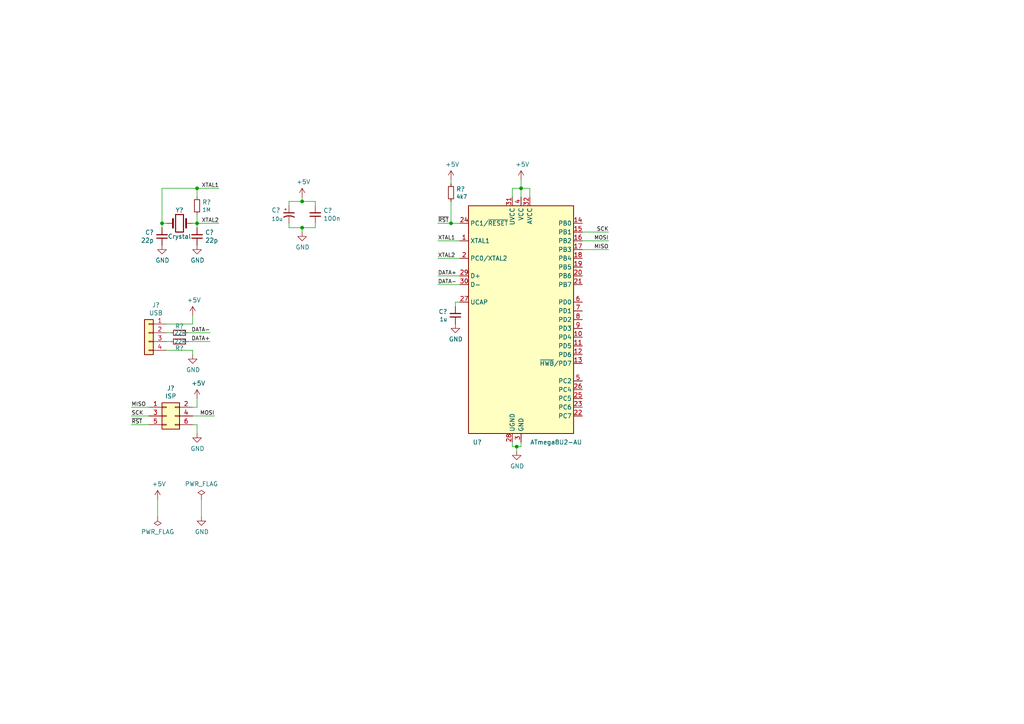
<source format=kicad_sch>
(kicad_sch (version 20230121) (generator eeschema)
  (paper "A4")
  (lib_symbols
    (symbol "Connector_Generic:Conn_01x04" (pin_names (offset 1.016) hide)
      (property "Reference" "J" (at 0 5.08 0))
      (property "Value" "Conn_01x04" (at 0 -7.62 0))
      (symbol "Conn_01x04_1_1"
        (rectangle (start -1.27 -4.953) (end 0 -5.207) (stroke (width 0.1524)))
        (rectangle (start -1.27 -2.413) (end 0 -2.667) (stroke (width 0.1524)))
        (rectangle (start -1.27 0.127) (end 0 -0.127) (stroke (width 0.1524)))
        (rectangle (start -1.27 2.667) (end 0 2.413) (stroke (width 0.1524)))
        (rectangle (start -1.27 3.81) (end 1.27 -6.35) (stroke (width 0.254)) (fill (type background)))
        (pin passive line (at -5.08 2.54 0) (length 3.81) (name "Pin_1") (number "1"))
        (pin passive line (at -5.08 0 0) (length 3.81) (name "Pin_2") (number "2"))
        (pin passive line (at -5.08 -2.54 0) (length 3.81) (name "Pin_3") (number "3"))
        (pin passive line (at -5.08 -5.08 0) (length 3.81) (name "Pin_4") (number "4"))
      )
    )
    (symbol "Connector_Generic:Conn_02x03_Odd_Even" (pin_names (offset 1.016) hide)
      (property "Reference" "J" (at 1.27 5.08 0))
      (property "Value" "Conn_02x03_Odd_Even" (at 1.27 -5.08 0))
      (symbol "Conn_02x03_Odd_Even_1_1"
        (rectangle (start -1.27 -2.413) (end 0 -2.667) (stroke (width 0.1524)))
        (rectangle (start -1.27 0.127) (end 0 -0.127) (stroke (width 0.1524)))
        (rectangle (start -1.27 2.667) (end 0 2.413) (stroke (width 0.1524)))
        (rectangle (start -1.27 3.81) (end 3.81 -3.81) (stroke (width 0.254)) (fill (type background)))
        (rectangle (start 3.81 -2.413) (end 2.54 -2.667) (stroke (width 0.1524)))
        (rectangle (start 3.81 0.127) (end 2.54 -0.127) (stroke (width 0.1524)))
        (rectangle (start 3.81 2.667) (end 2.54 2.413) (stroke (width 0.1524)))
        (pin passive line (at -5.08 2.54 0) (length 3.81) (name "Pin_1") (number "1"))
        (pin passive line (at 7.62 2.54 180) (length 3.81) (name "Pin_2") (number "2"))
        (pin passive line (at -5.08 0 0) (length 3.81) (name "Pin_3") (number "3"))
        (pin passive line (at 7.62 0 180) (length 3.81) (name "Pin_4") (number "4"))
        (pin passive line (at -5.08 -2.54 0) (length 3.81) (name "Pin_5") (number "5"))
        (pin passive line (at 7.62 -2.54 180) (length 3.81) (name "Pin_6") (number "6"))
      )
    )
    (symbol "Device:CP1_Small" (pin_numbers hide) (pin_names (offset 0.254) hide)
      (property "Reference" "C" (at 0.254 1.778 0))
      (property "Value" "Device_CP1_Small" (at 0.254 -2.032 0))
      (symbol "CP1_Small_0_1"
        (polyline (pts (xy -1.524 0.508) (xy 1.524 0.508)) (stroke (width 0.3048)))
        (polyline (pts (xy -1.27 1.524) (xy -0.762 1.524)))
        (polyline (pts (xy -1.016 1.27) (xy -1.016 1.778)))
        (arc (start 1.524 -0.762) (mid 0 -0.3734) (end -1.524 -0.762) (stroke (width 0.3048)))
      )
      (symbol "CP1_Small_1_1"
        (pin passive line (at 0 2.54 270) (length 2.032) (name "~") (number "1"))
        (pin passive line (at 0 -2.54 90) (length 2.032) (name "~") (number "2"))
      )
    )
    (symbol "Device:C_Small" (pin_numbers hide) (pin_names (offset 0.254) hide)
      (property "Reference" "C" (at 0.254 1.778 0))
      (property "Value" "C_Small" (at 0.254 -2.032 0))
      (symbol "C_Small_0_1"
        (polyline (pts (xy -1.524 -0.508) (xy 1.524 -0.508)) (stroke (width 0.3302)))
        (polyline (pts (xy -1.524 0.508) (xy 1.524 0.508)) (stroke (width 0.3048)))
      )
      (symbol "C_Small_1_1"
        (pin passive line (at 0 2.54 270) (length 2.032) (name "~") (number "1"))
        (pin passive line (at 0 -2.54 90) (length 2.032) (name "~") (number "2"))
      )
    )
    (symbol "Device:Crystal" (pin_numbers hide) (pin_names (offset 1.016) hide)
      (property "Reference" "Y" (at 0 3.81 0))
      (property "Value" "Crystal" (at 0 -3.81 0))
      (symbol "Crystal_0_1"
        (rectangle (start -1.143 2.54) (end 1.143 -2.54) (stroke (width 0.3048)))
        (polyline (pts (xy -2.54 0) (xy -1.905 0)))
        (polyline (pts (xy -1.905 -1.27) (xy -1.905 1.27)) (stroke (width 0.508)))
        (polyline (pts (xy 1.905 -1.27) (xy 1.905 1.27)) (stroke (width 0.508)))
        (polyline (pts (xy 2.54 0) (xy 1.905 0)))
      )
      (symbol "Crystal_1_1"
        (pin passive line (at -3.81 0 0) (length 1.27) (name "1") (number "1"))
        (pin passive line (at 3.81 0 180) (length 1.27) (name "2") (number "2"))
      )
    )
    (symbol "Device:R_Small" (pin_numbers hide) (pin_names (offset 0.254) hide)
      (property "Reference" "R" (at 0.762 0.508 0))
      (property "Value" "R_Small" (at 0.762 -1.016 0))
      (symbol "R_Small_0_1"
        (rectangle (start -0.762 1.778) (end 0.762 -1.778) (stroke (width 0.2032)))
      )
      (symbol "R_Small_1_1"
        (pin passive line (at 0 2.54 270) (length 0.762) (name "~") (number "1"))
        (pin passive line (at 0 -2.54 90) (length 0.762) (name "~") (number "2"))
      )
    )
    (symbol "atmega8u2-rescue:ATmega8U2-AU-MCU_Microchip_ATmega"
      (property "Reference" "U" (at -12.7 34.29 0))
      (property "Value" "ATmega8U2-AU-MCU_Microchip_ATmega" (at 2.54 -34.29 0))
      (symbol "ATmega8U2-AU-MCU_Microchip_ATmega_0_1"
        (rectangle (start -15.24 -33.02) (end 15.24 33.02) (stroke (width 0.254)) (fill (type background)))
      )
      (symbol "ATmega8U2-AU-MCU_Microchip_ATmega_1_1"
        (pin input line (at -17.78 22.86 0) (length 2.54) (name "XTAL1") (number "1"))
        (pin bidirectional line (at 17.78 -5.08 180) (length 2.54) (name "PD4") (number "10"))
        (pin bidirectional line (at 17.78 -7.62 180) (length 2.54) (name "PD5") (number "11"))
        (pin bidirectional line (at 17.78 -10.16 180) (length 2.54) (name "PD6") (number "12"))
        (pin bidirectional line (at 17.78 -12.7 180) (length 2.54) (name "~{HWB}/PD7") (number "13"))
        (pin bidirectional line (at 17.78 27.94 180) (length 2.54) (name "PB0") (number "14"))
        (pin bidirectional line (at 17.78 25.4 180) (length 2.54) (name "PB1") (number "15"))
        (pin bidirectional line (at 17.78 22.86 180) (length 2.54) (name "PB2") (number "16"))
        (pin bidirectional line (at 17.78 20.32 180) (length 2.54) (name "PB3") (number "17"))
        (pin bidirectional line (at 17.78 17.78 180) (length 2.54) (name "PB4") (number "18"))
        (pin bidirectional line (at 17.78 15.24 180) (length 2.54) (name "PB5") (number "19"))
        (pin bidirectional line (at -17.78 17.78 0) (length 2.54) (name "PC0/XTAL2") (number "2"))
        (pin bidirectional line (at 17.78 12.7 180) (length 2.54) (name "PB6") (number "20"))
        (pin bidirectional line (at 17.78 10.16 180) (length 2.54) (name "PB7") (number "21"))
        (pin bidirectional line (at 17.78 -27.94 180) (length 2.54) (name "PC7") (number "22"))
        (pin bidirectional line (at 17.78 -25.4 180) (length 2.54) (name "PC6") (number "23"))
        (pin bidirectional line (at -17.78 27.94 0) (length 2.54) (name "PC1/~{RESET}") (number "24"))
        (pin bidirectional line (at 17.78 -22.86 180) (length 2.54) (name "PC5") (number "25"))
        (pin bidirectional line (at 17.78 -20.32 180) (length 2.54) (name "PC4") (number "26"))
        (pin passive line (at -17.78 5.08 0) (length 2.54) (name "UCAP") (number "27"))
        (pin power_in line (at -2.54 -35.56 90) (length 2.54) (name "UGND") (number "28"))
        (pin bidirectional line (at -17.78 12.7 0) (length 2.54) (name "D+") (number "29"))
        (pin power_in line (at 0 -35.56 90) (length 2.54) (name "GND") (number "3"))
        (pin bidirectional line (at -17.78 10.16 0) (length 2.54) (name "D-") (number "30"))
        (pin power_in line (at -2.54 35.56 270) (length 2.54) (name "UVCC") (number "31"))
        (pin power_in line (at 2.54 35.56 270) (length 2.54) (name "AVCC") (number "32"))
        (pin power_in line (at 0 35.56 270) (length 2.54) (name "VCC") (number "4"))
        (pin bidirectional line (at 17.78 -17.78 180) (length 2.54) (name "PC2") (number "5"))
        (pin bidirectional line (at 17.78 5.08 180) (length 2.54) (name "PD0") (number "6"))
        (pin bidirectional line (at 17.78 2.54 180) (length 2.54) (name "PD1") (number "7"))
        (pin bidirectional line (at 17.78 0 180) (length 2.54) (name "PD2") (number "8"))
        (pin bidirectional line (at 17.78 -2.54 180) (length 2.54) (name "PD3") (number "9"))
      )
    )
    (symbol "power:+5V" (power) (pin_names (offset 0))
      (property "Value" "+5V" (at 0 3.556 0))
      (symbol "+5V_0_1"
        (polyline (pts (xy -0.762 1.27) (xy 0 2.54)))
        (polyline (pts (xy 0 0) (xy 0 2.54)))
        (polyline (pts (xy 0 2.54) (xy 0.762 1.27)))
      )
      (symbol "+5V_1_1"
        (pin power_in line (at 0 0 90) (length 0) hide (name "+5V") (number "1"))
      )
    )
    (symbol "power:GND" (power) (pin_names (offset 0))
      (property "Value" "GND" (at 0 -3.81 0))
      (symbol "GND_0_1"
        (polyline (pts (xy 0 0) (xy 0 -1.27) (xy 1.27 -1.27) (xy 0 -2.54) (xy -1.27 -1.27) (xy 0 -1.27)))
      )
      (symbol "GND_1_1"
        (pin power_in line (at 0 0 270) (length 0) hide (name "GND") (number "1"))
      )
    )
    (symbol "power:PWR_FLAG" (power) (pin_numbers hide) (pin_names (offset 0) hide)
      (property "Value" "PWR_FLAG" (at 0 3.81 0))
      (symbol "PWR_FLAG_0_0"
        (pin power_out line (at 0 0 90) (length 0) (name "pwr") (number "1"))
      )
      (symbol "PWR_FLAG_0_1"
        (polyline (pts (xy 0 0) (xy 0 1.27) (xy -1.016 1.905) (xy 0 2.54) (xy 1.016 1.905) (xy 0 1.27)))
      )
    )
  )
  (junction (at 149.86 129.54))
  (junction (at 87.63 58.42))
  (junction (at 130.81 64.77))
  (junction (at 57.15 64.77))
  (junction (at 151.13 54.61))
  (junction (at 87.63 66.04))
  (junction (at 57.15 54.61))
  (junction (at 46.99 64.77))
  (wire (pts (xy 54.61 96.52) (xy 60.96 96.52)))
  (wire (pts (xy 46.99 64.77) (xy 46.99 66.04)))
  (wire (pts (xy 63.5 54.61) (xy 57.15 54.61)))
  (wire (pts (xy 168.91 67.31) (xy 176.53 67.31)))
  (wire (pts (xy 57.15 64.77) (xy 57.15 66.04)))
  (wire (pts (xy 87.63 66.04) (xy 91.44 66.04)))
  (wire (pts (xy 149.86 130.81) (xy 149.86 129.54)))
  (wire (pts (xy 130.81 64.77) (xy 127 64.77)))
  (wire (pts (xy 151.13 54.61) (xy 153.67 54.61)))
  (wire (pts (xy 151.13 54.61) (xy 151.13 57.15)))
  (wire (pts (xy 45.72 149.86) (xy 45.72 144.78)))
  (wire (pts (xy 168.91 69.85) (xy 176.53 69.85)))
  (wire (pts (xy 148.59 54.61) (xy 151.13 54.61)))
  (wire (pts (xy 55.88 120.65) (xy 62.23 120.65)))
  (wire (pts (xy 153.67 54.61) (xy 153.67 57.15)))
  (wire (pts (xy 130.81 52.07) (xy 130.81 53.34)))
  (wire (pts (xy 57.15 123.19) (xy 55.88 123.19)))
  (wire (pts (xy 133.35 69.85) (xy 127 69.85)))
  (wire (pts (xy 54.61 99.06) (xy 60.96 99.06)))
  (wire (pts (xy 133.35 64.77) (xy 130.81 64.77)))
  (wire (pts (xy 57.15 118.11) (xy 57.15 115.57)))
  (wire (pts (xy 127 82.55) (xy 133.35 82.55)))
  (wire (pts (xy 87.63 57.15) (xy 87.63 58.42)))
  (wire (pts (xy 48.26 64.77) (xy 46.99 64.77)))
  (wire (pts (xy 151.13 54.61) (xy 151.13 52.07)))
  (wire (pts (xy 91.44 66.04) (xy 91.44 64.77)))
  (wire (pts (xy 43.18 120.65) (xy 38.1 120.65)))
  (wire (pts (xy 48.26 93.98) (xy 55.88 93.98)))
  (wire (pts (xy 55.88 64.77) (xy 57.15 64.77)))
  (wire (pts (xy 87.63 58.42) (xy 91.44 58.42)))
  (wire (pts (xy 43.18 123.19) (xy 38.1 123.19)))
  (wire (pts (xy 133.35 80.01) (xy 127 80.01)))
  (wire (pts (xy 91.44 58.42) (xy 91.44 59.69)))
  (wire (pts (xy 57.15 54.61) (xy 46.99 54.61)))
  (wire (pts (xy 58.42 144.78) (xy 58.42 149.86)))
  (wire (pts (xy 48.26 99.06) (xy 49.53 99.06)))
  (wire (pts (xy 151.13 129.54) (xy 151.13 128.27)))
  (wire (pts (xy 148.59 54.61) (xy 148.59 57.15)))
  (wire (pts (xy 48.26 96.52) (xy 49.53 96.52)))
  (wire (pts (xy 57.15 57.15) (xy 57.15 54.61)))
  (wire (pts (xy 83.82 64.77) (xy 83.82 66.04)))
  (wire (pts (xy 87.63 66.04) (xy 87.63 67.31)))
  (wire (pts (xy 55.88 93.98) (xy 55.88 91.44)))
  (wire (pts (xy 132.08 87.63) (xy 133.35 87.63)))
  (wire (pts (xy 130.81 58.42) (xy 130.81 64.77)))
  (wire (pts (xy 55.88 101.6) (xy 55.88 102.87)))
  (wire (pts (xy 148.59 129.54) (xy 149.86 129.54)))
  (wire (pts (xy 57.15 62.23) (xy 57.15 64.77)))
  (wire (pts (xy 148.59 128.27) (xy 148.59 129.54)))
  (wire (pts (xy 46.99 54.61) (xy 46.99 64.77)))
  (wire (pts (xy 168.91 72.39) (xy 176.53 72.39)))
  (wire (pts (xy 83.82 59.69) (xy 83.82 58.42)))
  (wire (pts (xy 57.15 64.77) (xy 63.5 64.77)))
  (wire (pts (xy 48.26 101.6) (xy 55.88 101.6)))
  (wire (pts (xy 132.08 88.9) (xy 132.08 87.63)))
  (wire (pts (xy 83.82 58.42) (xy 87.63 58.42)))
  (wire (pts (xy 55.88 118.11) (xy 57.15 118.11)))
  (wire (pts (xy 43.18 118.11) (xy 38.1 118.11)))
  (wire (pts (xy 57.15 125.73) (xy 57.15 123.19)))
  (wire (pts (xy 83.82 66.04) (xy 87.63 66.04)))
  (wire (pts (xy 133.35 74.93) (xy 127 74.93)))
  (wire (pts (xy 149.86 129.54) (xy 151.13 129.54)))
  (label "XTAL1" (at 63.5 54.61 180) (effects (font (size 1.1176 1.1176))))
  (label "SCK" (at 38.1 120.65 0) (effects (font (size 1.1176 1.1176))))
  (label "MOSI" (at 62.23 120.65 180) (effects (font (size 1.1176 1.1176))))
  (label "MOSI" (at 176.53 69.85 180) (effects (font (size 1.1176 1.1176))))
  (label "DATA+" (at 60.96 99.06 180) (effects (font (size 1.1176 1.1176))))
  (label "DATA+" (at 127 80.01 0) (effects (font (size 1.1176 1.1176))))
  (label "SCK" (at 176.53 67.31 180) (effects (font (size 1.1176 1.1176))))
  (label "XTAL2" (at 127 74.93 0) (effects (font (size 1.1176 1.1176))))
  (label "XTAL1" (at 127 69.85 0) (effects (font (size 1.1176 1.1176))))
  (label "~{RST}" (at 127 64.77 0) (effects (font (size 1.1176 1.1176))))
  (label "MISO" (at 176.53 72.39 180) (effects (font (size 1.1176 1.1176))))
  (label "MISO" (at 38.1 118.11 0) (effects (font (size 1.1176 1.1176))))
  (label "XTAL2" (at 63.5 64.77 180) (effects (font (size 1.1176 1.1176))))
  (label "DATA-" (at 60.96 96.52 180) (effects (font (size 1.1176 1.1176))))
  (label "~{RST}" (at 38.1 123.19 0) (effects (font (size 1.1176 1.1176))))
  (label "DATA-" (at 127 82.55 0) (effects (font (size 1.1176 1.1176))))
  (symbol (lib_id "power:GND") (at 46.99 71.12 0) (unit 1)
    (property "Reference" "#PWR?" (effects hide))
    (property "Value" "GND" (at 47.117 75.5142 0))
  )
  (symbol (lib_id "Device:Crystal") (at 52.07 64.77 0) (unit 1)
    (property "Reference" "Y?" (at 52.07 60.96 0))
    (property "Value" "Crystal" (at 52.07 68.58 0))
  )
  (symbol (lib_id "Device:C_Small") (at 46.99 68.58 0) (mirror x) (unit 1)
    (property "Reference" "C?" (at 44.6532 67.4116 0) (effects (justify right)))
    (property "Value" "22p" (at 44.6532 69.723 0) (effects (justify right)))
  )
  (symbol (lib_id "Connector_Generic:Conn_02x03_Odd_Even") (at 48.26 120.65 0) (unit 1)
    (property "Reference" "J?" (at 49.53 112.5982 0))
    (property "Value" "ISP" (at 49.53 114.9096 0))
  )
  (symbol (lib_id "power:GND") (at 57.15 125.73 0) (unit 1)
    (property "Reference" "#PWR?" (effects hide))
    (property "Value" "GND" (at 57.277 130.1242 0))
  )
  (symbol (lib_id "power:+5V") (at 57.15 115.57 0) (unit 1)
    (property "Reference" "#PWR?" (effects hide))
    (property "Value" "+5V" (at 57.531 111.1758 0))
  )
  (symbol (lib_id "Device:C_Small") (at 57.15 68.58 180) (unit 1)
    (property "Reference" "C?" (at 59.4868 67.4116 0) (effects (justify right)))
    (property "Value" "22p" (at 59.4868 69.723 0) (effects (justify right)))
  )
  (symbol (lib_id "power:GND") (at 57.15 71.12 0) (unit 1)
    (property "Reference" "#PWR?" (effects hide))
    (property "Value" "GND" (at 57.277 75.5142 0))
  )
  (symbol (lib_id "Device:R_Small") (at 57.15 59.69 0) (unit 1)
    (property "Reference" "R?" (at 58.6486 58.6486 0) (effects (justify left)))
    (property "Value" "1M" (at 58.6486 60.8584 0) (effects (font (size 1.1176 1.1176)) (justify left)))
  )
  (symbol (lib_id "power:GND") (at 149.86 130.81 0) (unit 1)
    (property "Reference" "#PWR?" (effects hide))
    (property "Value" "GND" (at 149.987 135.2042 0))
  )
  (symbol (lib_id "power:+5V") (at 151.13 52.07 0) (unit 1)
    (property "Reference" "#PWR?" (effects hide))
    (property "Value" "+5V" (at 151.511 47.6758 0))
  )
  (symbol (lib_id "Device:R_Small") (at 130.81 55.88 0) (unit 1)
    (property "Reference" "R?" (at 132.3086 54.8386 0) (effects (justify left)))
    (property "Value" "4k7" (at 132.3086 57.0484 0) (effects (font (size 1.1176 1.1176)) (justify left)))
  )
  (symbol (lib_id "power:+5V") (at 130.81 52.07 0) (unit 1)
    (property "Reference" "#PWR?" (effects hide))
    (property "Value" "+5V" (at 131.191 47.6758 0))
  )
  (symbol (lib_id "power:PWR_FLAG") (at 45.72 149.86 0) (mirror x) (unit 1)
    (property "Reference" "#FLG?" (effects hide))
    (property "Value" "PWR_FLAG" (at 45.72 154.2542 0))
  )
  (symbol (lib_id "power:PWR_FLAG") (at 58.42 144.78 0) (unit 1)
    (property "Reference" "#FLG?" (effects hide))
    (property "Value" "PWR_FLAG" (at 58.42 140.3604 0))
  )
  (symbol (lib_id "power:GND") (at 58.42 149.86 0) (unit 1)
    (property "Reference" "#PWR?" (effects hide))
    (property "Value" "GND" (at 58.547 154.2542 0))
  )
  (symbol (lib_id "power:+5V") (at 45.72 144.78 0) (unit 1)
    (property "Reference" "#PWR?" (effects hide))
    (property "Value" "+5V" (at 46.101 140.3858 0))
  )
  (symbol (lib_id "atmega8u2-rescue:ATmega8U2-AU-MCU_Microchip_ATmega") (at 151.13 92.71 0) (unit 1)
    (property "Reference" "U?" (at 138.43 128.27 0))
    (property "Value" "ATmega8U2-AU" (at 161.29 128.27 0))
    (property "Footprint" "Package_QFP:TQFP-32_7x7mm_P0.8mm" (effects hide))
    (property "Datasheet" "http://ww1.microchip.com/downloads/en/DeviceDoc/doc7799.pdf" (effects hide))
  )
  (symbol (lib_id "power:GND") (at 132.08 93.98 0) (unit 1)
    (property "Reference" "#PWR?" (effects hide))
    (property "Value" "GND" (at 132.207 98.3742 0))
  )
  (symbol (lib_id "Device:C_Small") (at 132.08 91.44 0) (mirror x) (unit 1)
    (property "Reference" "C?" (at 129.7686 90.3986 0) (effects (justify right)))
    (property "Value" "1u" (at 129.7686 92.6084 0) (effects (font (size 1.1176 1.1176)) (justify right)))
  )
  (symbol (lib_id "Connector_Generic:Conn_01x04") (at 43.18 96.52 0) (mirror y) (unit 1)
    (property "Reference" "J?" (at 45.212 88.4682 0))
    (property "Value" "USB" (at 45.212 90.7796 0))
  )
  (symbol (lib_id "power:+5V") (at 55.88 91.44 0) (unit 1)
    (property "Reference" "#PWR?" (effects hide))
    (property "Value" "+5V" (at 56.261 87.0458 0))
  )
  (symbol (lib_id "Device:R_Small") (at 52.07 99.06 90) (unit 1)
    (property "Reference" "R?" (at 53.34 100.965 90) (effects (justify left)))
    (property "Value" "22R" (at 53.975 99.06 90) (effects (font (size 1.1176 1.1176)) (justify left)))
  )
  (symbol (lib_id "Device:R_Small") (at 52.07 96.52 90) (mirror x) (unit 1)
    (property "Reference" "R?" (at 53.34 94.615 90) (effects (justify left)))
    (property "Value" "22R" (at 53.975 96.52 90) (effects (font (size 1.1176 1.1176)) (justify left)))
  )
  (symbol (lib_id "power:GND") (at 55.88 102.87 0) (unit 1)
    (property "Reference" "#PWR?" (effects hide))
    (property "Value" "GND" (at 56.007 107.2642 0))
  )
  (symbol (lib_id "Device:C_Small") (at 91.44 62.23 180) (unit 1)
    (property "Reference" "C?" (at 93.7768 61.0616 0) (effects (justify right)))
    (property "Value" "100n" (at 93.7768 63.373 0) (effects (justify right)))
  )
  (symbol (lib_id "power:GND") (at 87.63 67.31 0) (unit 1)
    (property "Reference" "#PWR?" (effects hide))
    (property "Value" "GND" (at 87.757 71.7042 0))
  )
  (symbol (lib_id "Device:CP1_Small") (at 83.82 62.23 0) (unit 1)
    (property "Reference" "C?" (at 78.74 60.96 0) (effects (justify left)))
    (property "Value" "10u" (at 78.74 63.5 0) (effects (font (size 1.1176 1.1176)) (justify left)))
  )
  (symbol (lib_id "power:+5V") (at 87.63 57.15 0) (unit 1)
    (property "Reference" "#PWR?" (effects hide))
    (property "Value" "+5V" (at 88.011 52.7558 0))
  )
)
</source>
